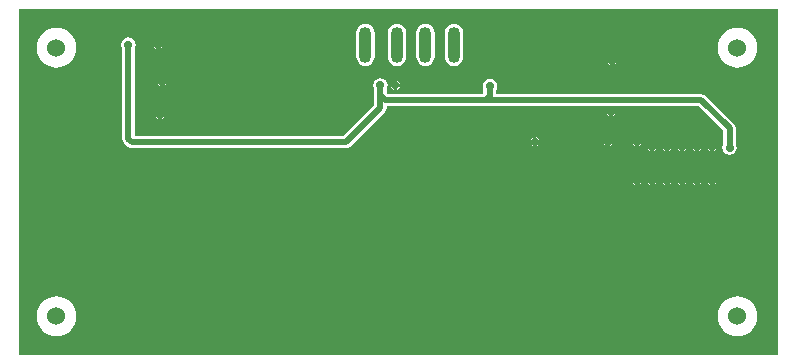
<source format=gbl>
G04*
G04 #@! TF.GenerationSoftware,Altium Limited,Altium Designer,20.1.14 (287)*
G04*
G04 Layer_Physical_Order=2*
G04 Layer_Color=16711680*
%FSLAX25Y25*%
%MOIN*%
G70*
G04*
G04 #@! TF.SameCoordinates,41C541CE-8B16-402B-B8EC-46EACFEFE534*
G04*
G04*
G04 #@! TF.FilePolarity,Positive*
G04*
G01*
G75*
%ADD16O,0.04000X0.12000*%
%ADD32C,0.02000*%
%ADD33C,0.06000*%
%ADD34C,0.02900*%
%ADD35C,0.02800*%
G36*
X454500Y183500D02*
X201500D01*
Y299000D01*
X454500D01*
Y183500D01*
D02*
G37*
%LPC*%
G36*
X248250Y288379D02*
Y287500D01*
X249129D01*
X249116Y287566D01*
X248795Y288045D01*
X248316Y288366D01*
X248250Y288379D01*
D02*
G37*
G36*
X247250D02*
X247184Y288366D01*
X246705Y288045D01*
X246384Y287566D01*
X246371Y287500D01*
X247250D01*
Y288379D01*
D02*
G37*
G36*
X249129Y286500D02*
X248250D01*
Y285621D01*
X248316Y285634D01*
X248795Y285955D01*
X249116Y286434D01*
X249129Y286500D01*
D02*
G37*
G36*
X247250D02*
X246371D01*
X246384Y286434D01*
X246705Y285955D01*
X247184Y285634D01*
X247250Y285621D01*
Y286500D01*
D02*
G37*
G36*
X399602Y282879D02*
Y282000D01*
X400481D01*
X400468Y282066D01*
X400148Y282545D01*
X399668Y282866D01*
X399602Y282879D01*
D02*
G37*
G36*
X398602D02*
X398537Y282866D01*
X398057Y282545D01*
X397737Y282066D01*
X397723Y282000D01*
X398602D01*
Y282879D01*
D02*
G37*
G36*
X400481Y281000D02*
X399602D01*
Y280121D01*
X399668Y280134D01*
X400148Y280455D01*
X400468Y280934D01*
X400481Y281000D01*
D02*
G37*
G36*
X398602D02*
X397723D01*
X397737Y280934D01*
X398057Y280455D01*
X398537Y280134D01*
X398602Y280121D01*
Y281000D01*
D02*
G37*
G36*
X346500Y294026D02*
X345717Y293923D01*
X344987Y293620D01*
X344360Y293140D01*
X343880Y292513D01*
X343577Y291783D01*
X343474Y291000D01*
Y283000D01*
X343577Y282217D01*
X343880Y281487D01*
X344360Y280860D01*
X344987Y280380D01*
X345717Y280077D01*
X346500Y279974D01*
X347283Y280077D01*
X348013Y280380D01*
X348640Y280860D01*
X349120Y281487D01*
X349423Y282217D01*
X349526Y283000D01*
Y291000D01*
X349423Y291783D01*
X349120Y292513D01*
X348640Y293140D01*
X348013Y293620D01*
X347283Y293923D01*
X346500Y294026D01*
D02*
G37*
G36*
X337000D02*
X336217Y293923D01*
X335487Y293620D01*
X334860Y293140D01*
X334380Y292513D01*
X334077Y291783D01*
X333974Y291000D01*
Y283000D01*
X334077Y282217D01*
X334380Y281487D01*
X334860Y280860D01*
X335487Y280380D01*
X336217Y280077D01*
X337000Y279974D01*
X337783Y280077D01*
X338513Y280380D01*
X339140Y280860D01*
X339620Y281487D01*
X339923Y282217D01*
X340026Y283000D01*
Y291000D01*
X339923Y291783D01*
X339620Y292513D01*
X339140Y293140D01*
X338513Y293620D01*
X337783Y293923D01*
X337000Y294026D01*
D02*
G37*
G36*
X327500D02*
X326717Y293923D01*
X325987Y293620D01*
X325360Y293140D01*
X324880Y292513D01*
X324577Y291783D01*
X324474Y291000D01*
Y283000D01*
X324577Y282217D01*
X324880Y281487D01*
X325360Y280860D01*
X325987Y280380D01*
X326717Y280077D01*
X327500Y279974D01*
X328283Y280077D01*
X329013Y280380D01*
X329640Y280860D01*
X330120Y281487D01*
X330423Y282217D01*
X330526Y283000D01*
Y291000D01*
X330423Y291783D01*
X330120Y292513D01*
X329640Y293140D01*
X329013Y293620D01*
X328283Y293923D01*
X327500Y294026D01*
D02*
G37*
G36*
X317000D02*
X316217Y293923D01*
X315487Y293620D01*
X314860Y293140D01*
X314380Y292513D01*
X314077Y291783D01*
X313974Y291000D01*
Y283000D01*
X314077Y282217D01*
X314380Y281487D01*
X314860Y280860D01*
X315487Y280380D01*
X316217Y280077D01*
X317000Y279974D01*
X317783Y280077D01*
X318513Y280380D01*
X319140Y280860D01*
X319620Y281487D01*
X319923Y282217D01*
X320026Y283000D01*
Y291000D01*
X319923Y291783D01*
X319620Y292513D01*
X319140Y293140D01*
X318513Y293620D01*
X317783Y293923D01*
X317000Y294026D01*
D02*
G37*
G36*
X441000Y292632D02*
X439706Y292505D01*
X438462Y292127D01*
X437316Y291514D01*
X436310Y290689D01*
X435486Y289685D01*
X434873Y288538D01*
X434495Y287294D01*
X434368Y286000D01*
X434495Y284706D01*
X434873Y283462D01*
X435486Y282315D01*
X436310Y281311D01*
X437316Y280486D01*
X438462Y279873D01*
X439706Y279496D01*
X441000Y279368D01*
X442294Y279496D01*
X443538Y279873D01*
X444685Y280486D01*
X445689Y281311D01*
X446514Y282315D01*
X447127Y283462D01*
X447505Y284706D01*
X447632Y286000D01*
X447505Y287294D01*
X447127Y288538D01*
X446514Y289685D01*
X445689Y290689D01*
X444685Y291514D01*
X443538Y292127D01*
X442294Y292505D01*
X441000Y292632D01*
D02*
G37*
G36*
X214000D02*
X212706Y292505D01*
X211462Y292127D01*
X210315Y291514D01*
X209311Y290689D01*
X208486Y289685D01*
X207873Y288538D01*
X207495Y287294D01*
X207368Y286000D01*
X207495Y284706D01*
X207873Y283462D01*
X208486Y282315D01*
X209311Y281311D01*
X210315Y280486D01*
X211462Y279873D01*
X212706Y279496D01*
X214000Y279368D01*
X215294Y279496D01*
X216538Y279873D01*
X217685Y280486D01*
X218689Y281311D01*
X219514Y282315D01*
X220127Y283462D01*
X220504Y284706D01*
X220632Y286000D01*
X220504Y287294D01*
X220127Y288538D01*
X219514Y289685D01*
X218689Y290689D01*
X217685Y291514D01*
X216538Y292127D01*
X215294Y292505D01*
X214000Y292632D01*
D02*
G37*
G36*
X249598Y275879D02*
Y275000D01*
X250477D01*
X250464Y275066D01*
X250144Y275545D01*
X249664Y275866D01*
X249598Y275879D01*
D02*
G37*
G36*
X248598D02*
X248533Y275866D01*
X248053Y275545D01*
X247733Y275066D01*
X247720Y275000D01*
X248598D01*
Y275879D01*
D02*
G37*
G36*
X327500Y274828D02*
Y273949D01*
X328379D01*
X328366Y274015D01*
X328045Y274494D01*
X327566Y274815D01*
X327500Y274828D01*
D02*
G37*
G36*
X326500D02*
X326434Y274815D01*
X325955Y274494D01*
X325634Y274015D01*
X325621Y273949D01*
X326500D01*
Y274828D01*
D02*
G37*
G36*
X250477Y274000D02*
X249598D01*
Y273121D01*
X249664Y273134D01*
X250144Y273455D01*
X250464Y273934D01*
X250477Y274000D01*
D02*
G37*
G36*
X248598D02*
X247720D01*
X247733Y273934D01*
X248053Y273455D01*
X248533Y273134D01*
X248598Y273121D01*
Y274000D01*
D02*
G37*
G36*
X328379Y272949D02*
X327500D01*
Y272070D01*
X327566Y272083D01*
X328045Y272403D01*
X328366Y272883D01*
X328379Y272949D01*
D02*
G37*
G36*
X326500D02*
X325621D01*
X325634Y272883D01*
X325955Y272403D01*
X326434Y272083D01*
X326500Y272070D01*
Y272949D01*
D02*
G37*
G36*
X249000Y264879D02*
Y264000D01*
X249879D01*
X249866Y264066D01*
X249545Y264545D01*
X249066Y264866D01*
X249000Y264879D01*
D02*
G37*
G36*
X248000D02*
X247934Y264866D01*
X247455Y264545D01*
X247134Y264066D01*
X247121Y264000D01*
X248000D01*
Y264879D01*
D02*
G37*
G36*
X400190Y264000D02*
X399311D01*
Y263121D01*
X399377Y263134D01*
X399856Y263455D01*
X400177Y263934D01*
X400190Y264000D01*
D02*
G37*
G36*
X398311D02*
X397432D01*
X397445Y263934D01*
X397766Y263455D01*
X398245Y263134D01*
X398311Y263121D01*
Y264000D01*
D02*
G37*
G36*
X249879Y263000D02*
X249000D01*
Y262121D01*
X249066Y262134D01*
X249545Y262455D01*
X249866Y262934D01*
X249879Y263000D01*
D02*
G37*
G36*
X248000D02*
X247121D01*
X247134Y262934D01*
X247455Y262455D01*
X247934Y262134D01*
X248000Y262121D01*
Y263000D01*
D02*
G37*
G36*
X374000Y256127D02*
Y255248D01*
X374879D01*
X374866Y255314D01*
X374545Y255793D01*
X374066Y256114D01*
X374000Y256127D01*
D02*
G37*
G36*
X373000D02*
X372934Y256114D01*
X372455Y255793D01*
X372134Y255314D01*
X372121Y255248D01*
X373000D01*
Y256127D01*
D02*
G37*
G36*
X408000Y255879D02*
Y255000D01*
X408879D01*
X408866Y255066D01*
X408545Y255545D01*
X408066Y255866D01*
X408000Y255879D01*
D02*
G37*
G36*
X407000D02*
X406934Y255866D01*
X406455Y255545D01*
X406134Y255066D01*
X406121Y255000D01*
X407000D01*
Y255879D01*
D02*
G37*
G36*
X398419D02*
Y255000D01*
X399298D01*
X399285Y255066D01*
X398964Y255545D01*
X398484Y255866D01*
X398419Y255879D01*
D02*
G37*
G36*
X397419D02*
X397353Y255866D01*
X396873Y255545D01*
X396553Y255066D01*
X396540Y255000D01*
X397419D01*
Y255879D01*
D02*
G37*
G36*
X433000Y254379D02*
Y253500D01*
X433879D01*
X433866Y253566D01*
X433545Y254045D01*
X433066Y254366D01*
X433000Y254379D01*
D02*
G37*
G36*
X432000D02*
X431934Y254366D01*
X431455Y254045D01*
X431134Y253566D01*
X431121Y253500D01*
X432000D01*
Y254379D01*
D02*
G37*
G36*
X428000D02*
Y253500D01*
X428879D01*
X428866Y253566D01*
X428545Y254045D01*
X428066Y254366D01*
X428000Y254379D01*
D02*
G37*
G36*
X427000D02*
X426934Y254366D01*
X426455Y254045D01*
X426134Y253566D01*
X426121Y253500D01*
X427000D01*
Y254379D01*
D02*
G37*
G36*
X423000D02*
Y253500D01*
X423879D01*
X423866Y253566D01*
X423545Y254045D01*
X423066Y254366D01*
X423000Y254379D01*
D02*
G37*
G36*
X422000D02*
X421934Y254366D01*
X421455Y254045D01*
X421134Y253566D01*
X421121Y253500D01*
X422000D01*
Y254379D01*
D02*
G37*
G36*
X418000D02*
Y253500D01*
X418879D01*
X418866Y253566D01*
X418545Y254045D01*
X418066Y254366D01*
X418000Y254379D01*
D02*
G37*
G36*
X417000D02*
X416934Y254366D01*
X416455Y254045D01*
X416134Y253566D01*
X416121Y253500D01*
X417000D01*
Y254379D01*
D02*
G37*
G36*
X413000D02*
Y253500D01*
X413879D01*
X413866Y253566D01*
X413545Y254045D01*
X413066Y254366D01*
X413000Y254379D01*
D02*
G37*
G36*
X412000D02*
X411934Y254366D01*
X411455Y254045D01*
X411134Y253566D01*
X411121Y253500D01*
X412000D01*
Y254379D01*
D02*
G37*
G36*
X374879Y254248D02*
X374000D01*
Y253369D01*
X374066Y253382D01*
X374545Y253703D01*
X374866Y254182D01*
X374879Y254248D01*
D02*
G37*
G36*
X373000D02*
X372121D01*
X372134Y254182D01*
X372455Y253703D01*
X372934Y253382D01*
X373000Y253369D01*
Y254248D01*
D02*
G37*
G36*
X408879Y254000D02*
X408000D01*
Y253121D01*
X408066Y253134D01*
X408545Y253455D01*
X408866Y253934D01*
X408879Y254000D01*
D02*
G37*
G36*
X407000D02*
X406121D01*
X406134Y253934D01*
X406455Y253455D01*
X406934Y253134D01*
X407000Y253121D01*
Y254000D01*
D02*
G37*
G36*
X399298D02*
X398419D01*
Y253121D01*
X398484Y253134D01*
X398964Y253455D01*
X399285Y253934D01*
X399298Y254000D01*
D02*
G37*
G36*
X397419D02*
X396540D01*
X396553Y253934D01*
X396873Y253455D01*
X397353Y253134D01*
X397419Y253121D01*
Y254000D01*
D02*
G37*
G36*
X433879Y252500D02*
X433000D01*
Y251621D01*
X433066Y251634D01*
X433545Y251955D01*
X433866Y252434D01*
X433879Y252500D01*
D02*
G37*
G36*
X432000D02*
X431121D01*
X431134Y252434D01*
X431455Y251955D01*
X431934Y251634D01*
X432000Y251621D01*
Y252500D01*
D02*
G37*
G36*
X428879D02*
X428000D01*
Y251621D01*
X428066Y251634D01*
X428545Y251955D01*
X428866Y252434D01*
X428879Y252500D01*
D02*
G37*
G36*
X427000D02*
X426121D01*
X426134Y252434D01*
X426455Y251955D01*
X426934Y251634D01*
X427000Y251621D01*
Y252500D01*
D02*
G37*
G36*
X423879D02*
X423000D01*
Y251621D01*
X423066Y251634D01*
X423545Y251955D01*
X423866Y252434D01*
X423879Y252500D01*
D02*
G37*
G36*
X422000D02*
X421121D01*
X421134Y252434D01*
X421455Y251955D01*
X421934Y251634D01*
X422000Y251621D01*
Y252500D01*
D02*
G37*
G36*
X418879D02*
X418000D01*
Y251621D01*
X418066Y251634D01*
X418545Y251955D01*
X418866Y252434D01*
X418879Y252500D01*
D02*
G37*
G36*
X417000D02*
X416121D01*
X416134Y252434D01*
X416455Y251955D01*
X416934Y251634D01*
X417000Y251621D01*
Y252500D01*
D02*
G37*
G36*
X413879D02*
X413000D01*
Y251621D01*
X413066Y251634D01*
X413545Y251955D01*
X413866Y252434D01*
X413879Y252500D01*
D02*
G37*
G36*
X412000D02*
X411121D01*
X411134Y252434D01*
X411455Y251955D01*
X411934Y251634D01*
X412000Y251621D01*
Y252500D01*
D02*
G37*
G36*
X238000Y289447D02*
X237064Y289261D01*
X236270Y288730D01*
X235739Y287936D01*
X235553Y287000D01*
X235739Y286064D01*
X235961Y285732D01*
Y255672D01*
X236116Y254891D01*
X236558Y254230D01*
X237730Y253058D01*
X237730Y253058D01*
X238391Y252616D01*
X239172Y252461D01*
X310500D01*
X311280Y252616D01*
X311942Y253058D01*
X323442Y264558D01*
X323884Y265220D01*
X324039Y266000D01*
X324091Y266461D01*
X398673D01*
X398723Y265961D01*
X398245Y265866D01*
X397766Y265545D01*
X397445Y265066D01*
X397432Y265000D01*
X400190D01*
X400177Y265066D01*
X399856Y265545D01*
X399377Y265866D01*
X398900Y265961D01*
X398949Y266461D01*
X428155D01*
X436327Y258289D01*
Y254008D01*
X436105Y253677D01*
X435919Y252740D01*
X436105Y251804D01*
X436636Y251010D01*
X437430Y250479D01*
X438366Y250293D01*
X439303Y250479D01*
X440096Y251010D01*
X440627Y251804D01*
X440813Y252740D01*
X440627Y253677D01*
X440405Y254008D01*
Y259134D01*
X440250Y259914D01*
X439808Y260576D01*
X430442Y269942D01*
X429780Y270384D01*
X429000Y270539D01*
X360386D01*
Y271755D01*
X360761Y272316D01*
X360947Y273252D01*
X360761Y274188D01*
X360230Y274982D01*
X359436Y275513D01*
X358500Y275699D01*
X357564Y275513D01*
X356770Y274982D01*
X356239Y274188D01*
X356053Y273252D01*
X356239Y272316D01*
X356308Y272213D01*
Y270863D01*
X355984Y270539D01*
X324345D01*
X324039Y270845D01*
Y272181D01*
X324261Y272512D01*
X324447Y273449D01*
X324261Y274385D01*
X323730Y275179D01*
X322936Y275710D01*
X322000Y275896D01*
X321064Y275710D01*
X320270Y275179D01*
X319739Y274385D01*
X319553Y273449D01*
X319739Y272512D01*
X319961Y272181D01*
Y266845D01*
X309655Y256539D01*
X240039D01*
Y285732D01*
X240261Y286064D01*
X240447Y287000D01*
X240261Y287936D01*
X239730Y288730D01*
X238936Y289261D01*
X238000Y289447D01*
D02*
G37*
G36*
X432919Y242879D02*
Y242000D01*
X433798D01*
X433785Y242066D01*
X433464Y242545D01*
X432984Y242866D01*
X432919Y242879D01*
D02*
G37*
G36*
X431919D02*
X431853Y242866D01*
X431373Y242545D01*
X431053Y242066D01*
X431040Y242000D01*
X431919D01*
Y242879D01*
D02*
G37*
G36*
X427919D02*
Y242000D01*
X428798D01*
X428785Y242066D01*
X428464Y242545D01*
X427985Y242866D01*
X427919Y242879D01*
D02*
G37*
G36*
X426919D02*
X426853Y242866D01*
X426373Y242545D01*
X426053Y242066D01*
X426040Y242000D01*
X426919D01*
Y242879D01*
D02*
G37*
G36*
X422919D02*
Y242000D01*
X423798D01*
X423785Y242066D01*
X423464Y242545D01*
X422985Y242866D01*
X422919Y242879D01*
D02*
G37*
G36*
X421919D02*
X421853Y242866D01*
X421373Y242545D01*
X421053Y242066D01*
X421040Y242000D01*
X421919D01*
Y242879D01*
D02*
G37*
G36*
X417919D02*
Y242000D01*
X418798D01*
X418785Y242066D01*
X418464Y242545D01*
X417984Y242866D01*
X417919Y242879D01*
D02*
G37*
G36*
X416919D02*
X416853Y242866D01*
X416373Y242545D01*
X416053Y242066D01*
X416040Y242000D01*
X416919D01*
Y242879D01*
D02*
G37*
G36*
X412919D02*
Y242000D01*
X413798D01*
X413785Y242066D01*
X413464Y242545D01*
X412985Y242866D01*
X412919Y242879D01*
D02*
G37*
G36*
X411919D02*
X411853Y242866D01*
X411373Y242545D01*
X411053Y242066D01*
X411040Y242000D01*
X411919D01*
Y242879D01*
D02*
G37*
G36*
X407919D02*
Y242000D01*
X408798D01*
X408785Y242066D01*
X408464Y242545D01*
X407984Y242866D01*
X407919Y242879D01*
D02*
G37*
G36*
X406919D02*
X406853Y242866D01*
X406373Y242545D01*
X406053Y242066D01*
X406040Y242000D01*
X406919D01*
Y242879D01*
D02*
G37*
G36*
X433798Y241000D02*
X432919D01*
Y240121D01*
X432984Y240134D01*
X433464Y240455D01*
X433785Y240934D01*
X433798Y241000D01*
D02*
G37*
G36*
X431919D02*
X431040D01*
X431053Y240934D01*
X431373Y240455D01*
X431853Y240134D01*
X431919Y240121D01*
Y241000D01*
D02*
G37*
G36*
X428798D02*
X427919D01*
Y240121D01*
X427985Y240134D01*
X428464Y240455D01*
X428785Y240934D01*
X428798Y241000D01*
D02*
G37*
G36*
X426919D02*
X426040D01*
X426053Y240934D01*
X426373Y240455D01*
X426853Y240134D01*
X426919Y240121D01*
Y241000D01*
D02*
G37*
G36*
X423798D02*
X422919D01*
Y240121D01*
X422985Y240134D01*
X423464Y240455D01*
X423785Y240934D01*
X423798Y241000D01*
D02*
G37*
G36*
X421919D02*
X421040D01*
X421053Y240934D01*
X421373Y240455D01*
X421853Y240134D01*
X421919Y240121D01*
Y241000D01*
D02*
G37*
G36*
X418798D02*
X417919D01*
Y240121D01*
X417984Y240134D01*
X418464Y240455D01*
X418785Y240934D01*
X418798Y241000D01*
D02*
G37*
G36*
X416919D02*
X416040D01*
X416053Y240934D01*
X416373Y240455D01*
X416853Y240134D01*
X416919Y240121D01*
Y241000D01*
D02*
G37*
G36*
X413798D02*
X412919D01*
Y240121D01*
X412985Y240134D01*
X413464Y240455D01*
X413785Y240934D01*
X413798Y241000D01*
D02*
G37*
G36*
X411919D02*
X411040D01*
X411053Y240934D01*
X411373Y240455D01*
X411853Y240134D01*
X411919Y240121D01*
Y241000D01*
D02*
G37*
G36*
X408798D02*
X407919D01*
Y240121D01*
X407984Y240134D01*
X408464Y240455D01*
X408785Y240934D01*
X408798Y241000D01*
D02*
G37*
G36*
X406919D02*
X406040D01*
X406053Y240934D01*
X406373Y240455D01*
X406853Y240134D01*
X406919Y240121D01*
Y241000D01*
D02*
G37*
G36*
X441000Y203132D02*
X439706Y203005D01*
X438462Y202627D01*
X437316Y202014D01*
X436310Y201189D01*
X435486Y200184D01*
X434873Y199038D01*
X434495Y197794D01*
X434368Y196500D01*
X434495Y195206D01*
X434873Y193962D01*
X435486Y192815D01*
X436310Y191811D01*
X437316Y190986D01*
X438462Y190373D01*
X439706Y189996D01*
X441000Y189868D01*
X442294Y189996D01*
X443538Y190373D01*
X444685Y190986D01*
X445689Y191811D01*
X446514Y192815D01*
X447127Y193962D01*
X447505Y195206D01*
X447632Y196500D01*
X447505Y197794D01*
X447127Y199038D01*
X446514Y200184D01*
X445689Y201189D01*
X444685Y202014D01*
X443538Y202627D01*
X442294Y203005D01*
X441000Y203132D01*
D02*
G37*
G36*
X214000D02*
X212706Y203005D01*
X211462Y202627D01*
X210315Y202014D01*
X209311Y201189D01*
X208486Y200184D01*
X207873Y199038D01*
X207495Y197794D01*
X207368Y196500D01*
X207495Y195206D01*
X207873Y193962D01*
X208486Y192815D01*
X209311Y191811D01*
X210315Y190986D01*
X211462Y190373D01*
X212706Y189996D01*
X214000Y189868D01*
X215294Y189996D01*
X216538Y190373D01*
X217685Y190986D01*
X218689Y191811D01*
X219514Y192815D01*
X220127Y193962D01*
X220504Y195206D01*
X220632Y196500D01*
X220504Y197794D01*
X220127Y199038D01*
X219514Y200184D01*
X218689Y201189D01*
X217685Y202014D01*
X216538Y202627D01*
X215294Y203005D01*
X214000Y203132D01*
D02*
G37*
%LPD*%
D16*
X317000Y287000D02*
D03*
X346500D02*
D03*
X337000D02*
D03*
X327500D02*
D03*
D32*
X322000Y266000D02*
Y273449D01*
X310500Y254500D02*
X322000Y266000D01*
X238000Y255672D02*
Y287000D01*
X239172Y254500D02*
X310500D01*
X238000Y255672D02*
X239172Y254500D01*
X356828Y268500D02*
X429000D01*
X438366Y252740D02*
Y259134D01*
X429000Y268500D02*
X438366Y259134D01*
X323500Y268500D02*
X356828D01*
X358347Y273099D02*
X358500Y273252D01*
X358347Y270019D02*
Y273099D01*
X356828Y268500D02*
X358347Y270019D01*
X322153Y269847D02*
X323500Y268500D01*
D33*
X214000Y196500D02*
D03*
Y286000D02*
D03*
X441000Y196500D02*
D03*
Y286000D02*
D03*
D34*
X398811Y264500D02*
D03*
X327000Y273449D02*
D03*
X247750Y287000D02*
D03*
X407419Y241500D02*
D03*
X422419D02*
D03*
X407500Y254500D02*
D03*
X417419Y241500D02*
D03*
X432419D02*
D03*
X417500Y253000D02*
D03*
X432500D02*
D03*
X373500Y254748D02*
D03*
X412419Y241500D02*
D03*
X397919Y254500D02*
D03*
X427419Y241500D02*
D03*
X412500Y253000D02*
D03*
X422500D02*
D03*
X427500D02*
D03*
X248500Y263500D02*
D03*
X249098Y274500D02*
D03*
X399102Y281500D02*
D03*
D35*
X438366Y252740D02*
D03*
X358500Y273252D02*
D03*
X322000Y273449D02*
D03*
X238000Y287000D02*
D03*
M02*

</source>
